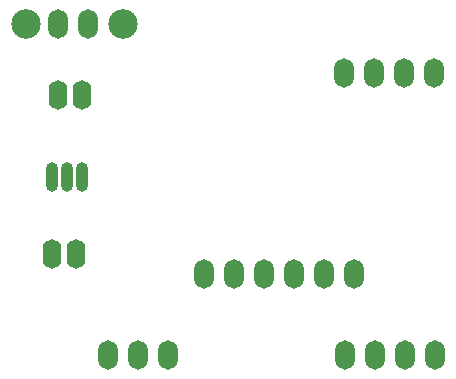
<source format=gbr>
%TF.GenerationSoftware,KiCad,Pcbnew,(5.1.9)-1*%
%TF.CreationDate,2021-03-21T11:51:09-04:00*%
%TF.ProjectId,viparTester,76697061-7254-4657-9374-65722e6b6963,rev?*%
%TF.SameCoordinates,Original*%
%TF.FileFunction,Copper,L2,Bot*%
%TF.FilePolarity,Positive*%
%FSLAX46Y46*%
G04 Gerber Fmt 4.6, Leading zero omitted, Abs format (unit mm)*
G04 Created by KiCad (PCBNEW (5.1.9)-1) date 2021-03-21 11:51:09*
%MOMM*%
%LPD*%
G01*
G04 APERTURE LIST*
%TA.AperFunction,ComponentPad*%
%ADD10O,1.050000X2.500000*%
%TD*%
%TA.AperFunction,ComponentPad*%
%ADD11O,1.700000X2.500000*%
%TD*%
%TA.AperFunction,ComponentPad*%
%ADD12O,1.600000X2.500000*%
%TD*%
%TA.AperFunction,ViaPad*%
%ADD13C,2.500000*%
%TD*%
G04 APERTURE END LIST*
D10*
%TO.P,U1,2*%
%TO.N,GND*%
X115230000Y-107000000D03*
%TO.P,U1,3*%
%TO.N,+12V*%
X113960000Y-107000000D03*
%TO.P,U1,1*%
%TO.N,Net-(C2-Pad1)*%
X116500000Y-107000000D03*
%TD*%
D11*
%TO.P,J1,1*%
%TO.N,/IN1*%
X123825000Y-122047000D03*
%TO.P,J1,2*%
%TO.N,GND*%
X121285000Y-122047000D03*
%TO.P,J1,3*%
%TO.N,/IN2*%
X118745000Y-122047000D03*
%TD*%
%TO.P,J2,4*%
%TO.N,/EN2*%
X138684000Y-98171000D03*
%TO.P,J2,3*%
%TO.N,+12V*%
X141224000Y-98171000D03*
%TO.P,J2,2*%
%TO.N,/O2*%
X143764000Y-98171000D03*
%TO.P,J2,1*%
%TO.N,GND*%
X146304000Y-98171000D03*
%TD*%
%TO.P,J3,1*%
%TO.N,GND*%
X117000000Y-94000000D03*
%TO.P,J3,2*%
%TO.N,+12V*%
X114460000Y-94000000D03*
%TD*%
%TO.P,J4,1*%
%TO.N,/EN1*%
X138811000Y-122047000D03*
%TO.P,J4,2*%
%TO.N,+12V*%
X141351000Y-122047000D03*
%TO.P,J4,3*%
%TO.N,/O1*%
X143891000Y-122047000D03*
%TO.P,J4,4*%
%TO.N,GND*%
X146431000Y-122047000D03*
%TD*%
%TO.P,J5,1*%
%TO.N,/IN1*%
X126873000Y-115189000D03*
%TO.P,J5,2*%
%TO.N,/IN2*%
X129413000Y-115189000D03*
%TO.P,J5,3*%
%TO.N,Net-(J5-Pad3)*%
X131953000Y-115189000D03*
%TO.P,J5,4*%
%TO.N,Net-(C2-Pad1)*%
X134493000Y-115189000D03*
%TO.P,J5,5*%
%TO.N,Net-(J5-Pad5)*%
X137033000Y-115189000D03*
%TO.P,J5,6*%
%TO.N,GND*%
X139573000Y-115189000D03*
%TD*%
D12*
%TO.P,C1,1*%
%TO.N,+12V*%
X114500000Y-100000000D03*
%TO.P,C1,2*%
%TO.N,GND*%
X116500000Y-100000000D03*
%TD*%
%TO.P,C2,2*%
%TO.N,GND*%
X114000000Y-113500000D03*
%TO.P,C2,1*%
%TO.N,Net-(C2-Pad1)*%
X116000000Y-113500000D03*
%TD*%
D13*
%TO.N,GND*%
X120015000Y-93980000D03*
%TO.N,+12V*%
X111760000Y-93980000D03*
%TD*%
M02*

</source>
